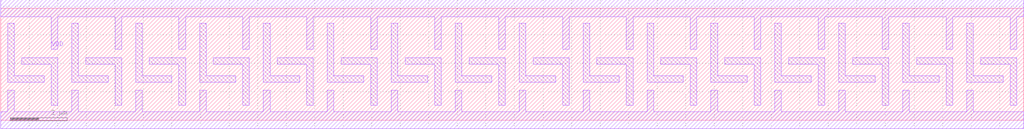
<source format=lef>
# Copyright 2022 GlobalFoundries PDK Authors
#
# Licensed under the Apache License, Version 2.0 (the "License");
# you may not use this file except in compliance with the License.
# You may obtain a copy of the License at
#
#      http://www.apache.org/licenses/LICENSE-2.0
#
# Unless required by applicable law or agreed to in writing, software
# distributed under the License is distributed on an "AS IS" BASIS,
# WITHOUT WARRANTIES OR CONDITIONS OF ANY KIND, either express or implied.
# See the License for the specific language governing permissions and
# limitations under the License.

MACRO gf180mcu_fd_sc_mcu7t5v0__fillcap_64
  CLASS core SPACER ;
  FOREIGN gf180mcu_fd_sc_mcu7t5v0__fillcap_64 0.0 0.0 ;
  ORIGIN 0 0 ;
  SYMMETRY X Y ;
  SITE GF018hv5v_mcu_sc7 ;
  SIZE 35.84 BY 3.92 ;
  PIN VDD
    DIRECTION INOUT ;
    USE power ;
    SHAPE ABUTMENT ;
    PORT
      LAYER Metal1 ;
        POLYGON 0 3.62 1.765 3.62 1.765 2.49 1.995 2.49 1.995 3.62 4.005 3.62 4.005 2.49 4.235 2.49 4.235 3.62 6.245 3.62 6.245 2.49 6.475 2.49 6.475 3.62 8.485 3.62 8.485 2.49 8.715 2.49 8.715 3.62 10.725 3.62 10.725 2.49 10.955 2.49 10.955 3.62 12.965 3.62 12.965 2.49 13.195 2.49 13.195 3.62 15.205 3.62 15.205 2.49 15.435 2.49 15.435 3.62 17.445 3.62 17.445 2.49 17.675 2.49 17.675 3.62 19.685 3.62 19.685 2.49 19.915 2.49 19.915 3.62 21.925 3.62 21.925 2.49 22.155 2.49 22.155 3.62 24.165 3.62 24.165 2.49 24.395 2.49 24.395 3.62 26.405 3.62 26.405 2.49 26.635 2.49 26.635 3.62 28.645 3.62 28.645 2.49 28.875 2.49 28.875 3.62 30.885 3.62 30.885 2.49 31.115 2.49 31.115 3.62 33.125 3.62 33.125 2.49 33.355 2.49 33.355 3.62 35.365 3.62 35.365 2.49 35.595 2.49 35.595 3.62 35.84 3.62 35.84 4.22 35.595 4.22 33.355 4.22 31.115 4.22 28.875 4.22 26.635 4.22 24.395 4.22 22.155 4.22 19.915 4.22 17.675 4.22 15.435 4.22 13.195 4.22 10.955 4.22 8.715 4.22 6.475 4.22 4.235 4.22 1.995 4.22 0 4.22  ;
    END
  END VDD
  PIN VSS
    DIRECTION INOUT ;
    USE ground ;
    SHAPE ABUTMENT ;
    PORT
      LAYER Metal1 ;
        POLYGON 0 -0.3 35.84 -0.3 35.84 0.3 34.075 0.3 34.075 1.055 33.845 1.055 33.845 0.3 31.835 0.3 31.835 1.055 31.605 1.055 31.605 0.3 29.595 0.3 29.595 1.055 29.365 1.055 29.365 0.3 27.355 0.3 27.355 1.055 27.125 1.055 27.125 0.3 25.115 0.3 25.115 1.055 24.885 1.055 24.885 0.3 22.875 0.3 22.875 1.055 22.645 1.055 22.645 0.3 20.635 0.3 20.635 1.055 20.405 1.055 20.405 0.3 18.395 0.3 18.395 1.055 18.165 1.055 18.165 0.3 16.155 0.3 16.155 1.055 15.925 1.055 15.925 0.3 13.915 0.3 13.915 1.055 13.685 1.055 13.685 0.3 11.675 0.3 11.675 1.055 11.445 1.055 11.445 0.3 9.435 0.3 9.435 1.055 9.205 1.055 9.205 0.3 7.195 0.3 7.195 1.055 6.965 1.055 6.965 0.3 4.955 0.3 4.955 1.055 4.725 1.055 4.725 0.3 2.715 0.3 2.715 1.055 2.485 1.055 2.485 0.3 0.475 0.3 0.475 1.055 0.245 1.055 0.245 0.3 0 0.3  ;
    END
  END VSS
  OBS
      LAYER Metal1 ;
        POLYGON 0.245 1.325 1.52 1.325 1.52 1.555 0.475 1.555 0.475 3.39 0.245 3.39  ;
        POLYGON 0.73 1.96 1.765 1.96 1.765 0.53 1.995 0.53 1.995 2.19 0.73 2.19  ;
        POLYGON 2.485 1.325 3.76 1.325 3.76 1.555 2.715 1.555 2.715 3.39 2.485 3.39  ;
        POLYGON 2.97 1.96 4.005 1.96 4.005 0.53 4.235 0.53 4.235 2.19 2.97 2.19  ;
        POLYGON 4.725 1.325 6 1.325 6 1.555 4.955 1.555 4.955 3.39 4.725 3.39  ;
        POLYGON 5.21 1.96 6.245 1.96 6.245 0.53 6.475 0.53 6.475 2.19 5.21 2.19  ;
        POLYGON 6.965 1.325 8.24 1.325 8.24 1.555 7.195 1.555 7.195 3.39 6.965 3.39  ;
        POLYGON 7.45 1.96 8.485 1.96 8.485 0.53 8.715 0.53 8.715 2.19 7.45 2.19  ;
        POLYGON 9.205 1.325 10.48 1.325 10.48 1.555 9.435 1.555 9.435 3.39 9.205 3.39  ;
        POLYGON 9.69 1.96 10.725 1.96 10.725 0.53 10.955 0.53 10.955 2.19 9.69 2.19  ;
        POLYGON 11.445 1.325 12.72 1.325 12.72 1.555 11.675 1.555 11.675 3.39 11.445 3.39  ;
        POLYGON 11.93 1.96 12.965 1.96 12.965 0.53 13.195 0.53 13.195 2.19 11.93 2.19  ;
        POLYGON 13.685 1.325 14.96 1.325 14.96 1.555 13.915 1.555 13.915 3.39 13.685 3.39  ;
        POLYGON 14.17 1.96 15.205 1.96 15.205 0.53 15.435 0.53 15.435 2.19 14.17 2.19  ;
        POLYGON 15.925 1.325 17.2 1.325 17.2 1.555 16.155 1.555 16.155 3.39 15.925 3.39  ;
        POLYGON 16.41 1.96 17.445 1.96 17.445 0.53 17.675 0.53 17.675 2.19 16.41 2.19  ;
        POLYGON 18.165 1.325 19.44 1.325 19.44 1.555 18.395 1.555 18.395 3.39 18.165 3.39  ;
        POLYGON 18.65 1.96 19.685 1.96 19.685 0.53 19.915 0.53 19.915 2.19 18.65 2.19  ;
        POLYGON 20.405 1.325 21.68 1.325 21.68 1.555 20.635 1.555 20.635 3.39 20.405 3.39  ;
        POLYGON 20.89 1.96 21.925 1.96 21.925 0.53 22.155 0.53 22.155 2.19 20.89 2.19  ;
        POLYGON 22.645 1.325 23.92 1.325 23.92 1.555 22.875 1.555 22.875 3.39 22.645 3.39  ;
        POLYGON 23.13 1.96 24.165 1.96 24.165 0.53 24.395 0.53 24.395 2.19 23.13 2.19  ;
        POLYGON 24.885 1.325 26.16 1.325 26.16 1.555 25.115 1.555 25.115 3.39 24.885 3.39  ;
        POLYGON 25.37 1.96 26.405 1.96 26.405 0.53 26.635 0.53 26.635 2.19 25.37 2.19  ;
        POLYGON 27.125 1.325 28.4 1.325 28.4 1.555 27.355 1.555 27.355 3.39 27.125 3.39  ;
        POLYGON 27.61 1.96 28.645 1.96 28.645 0.53 28.875 0.53 28.875 2.19 27.61 2.19  ;
        POLYGON 29.365 1.325 30.64 1.325 30.64 1.555 29.595 1.555 29.595 3.39 29.365 3.39  ;
        POLYGON 29.85 1.96 30.885 1.96 30.885 0.53 31.115 0.53 31.115 2.19 29.85 2.19  ;
        POLYGON 31.605 1.325 32.88 1.325 32.88 1.555 31.835 1.555 31.835 3.39 31.605 3.39  ;
        POLYGON 32.09 1.96 33.125 1.96 33.125 0.53 33.355 0.53 33.355 2.19 32.09 2.19  ;
        POLYGON 33.845 1.325 35.12 1.325 35.12 1.555 34.075 1.555 34.075 3.39 33.845 3.39  ;
        POLYGON 34.33 1.96 35.365 1.96 35.365 0.53 35.595 0.53 35.595 2.19 34.33 2.19  ;
  END
END gf180mcu_fd_sc_mcu7t5v0__fillcap_64

</source>
